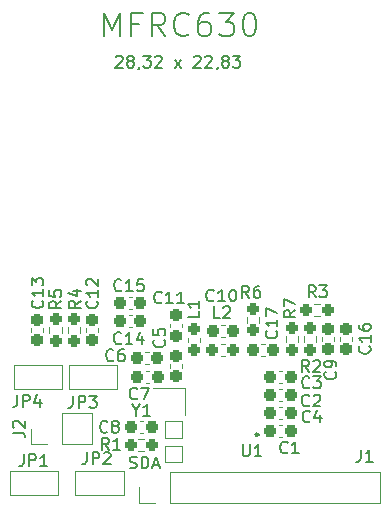
<source format=gto>
G04 #@! TF.GenerationSoftware,KiCad,Pcbnew,7.0.9*
G04 #@! TF.CreationDate,2024-04-20T19:12:39+02:00*
G04 #@! TF.ProjectId,NFC_Programmer,4e46435f-5072-46f6-9772-616d6d65722e,3.0*
G04 #@! TF.SameCoordinates,Original*
G04 #@! TF.FileFunction,Legend,Top*
G04 #@! TF.FilePolarity,Positive*
%FSLAX46Y46*%
G04 Gerber Fmt 4.6, Leading zero omitted, Abs format (unit mm)*
G04 Created by KiCad (PCBNEW 7.0.9) date 2024-04-20 19:12:39*
%MOMM*%
%LPD*%
G01*
G04 APERTURE LIST*
G04 Aperture macros list*
%AMRoundRect*
0 Rectangle with rounded corners*
0 $1 Rounding radius*
0 $2 $3 $4 $5 $6 $7 $8 $9 X,Y pos of 4 corners*
0 Add a 4 corners polygon primitive as box body*
4,1,4,$2,$3,$4,$5,$6,$7,$8,$9,$2,$3,0*
0 Add four circle primitives for the rounded corners*
1,1,$1+$1,$2,$3*
1,1,$1+$1,$4,$5*
1,1,$1+$1,$6,$7*
1,1,$1+$1,$8,$9*
0 Add four rect primitives between the rounded corners*
20,1,$1+$1,$2,$3,$4,$5,0*
20,1,$1+$1,$4,$5,$6,$7,0*
20,1,$1+$1,$6,$7,$8,$9,0*
20,1,$1+$1,$8,$9,$2,$3,0*%
G04 Aperture macros list end*
%ADD10C,0.153000*%
%ADD11C,0.120000*%
%ADD12C,0.250000*%
%ADD13RoundRect,0.237500X-0.237500X0.250000X-0.237500X-0.250000X0.237500X-0.250000X0.237500X0.250000X0*%
%ADD14RoundRect,0.237500X0.300000X0.237500X-0.300000X0.237500X-0.300000X-0.237500X0.300000X-0.237500X0*%
%ADD15R,1.000000X1.000000*%
%ADD16RoundRect,0.237500X0.237500X-0.250000X0.237500X0.250000X-0.237500X0.250000X-0.237500X-0.250000X0*%
%ADD17R,1.000000X1.500000*%
%ADD18C,3.000000*%
%ADD19R,1.700000X1.700000*%
%ADD20O,1.700000X1.700000*%
%ADD21RoundRect,0.237500X0.237500X-0.287500X0.237500X0.287500X-0.237500X0.287500X-0.237500X-0.287500X0*%
%ADD22R,0.900000X0.800000*%
%ADD23RoundRect,0.237500X0.237500X-0.300000X0.237500X0.300000X-0.237500X0.300000X-0.237500X-0.300000X0*%
%ADD24RoundRect,0.237500X-0.237500X0.300000X-0.237500X-0.300000X0.237500X-0.300000X0.237500X0.300000X0*%
%ADD25R,0.850000X0.300000*%
%ADD26R,0.300000X0.850000*%
%ADD27R,3.250000X3.250000*%
%ADD28RoundRect,0.237500X-0.300000X-0.237500X0.300000X-0.237500X0.300000X0.237500X-0.300000X0.237500X0*%
%ADD29RoundRect,0.237500X-0.250000X-0.237500X0.250000X-0.237500X0.250000X0.237500X-0.250000X0.237500X0*%
%ADD30RoundRect,0.237500X-0.287500X-0.237500X0.287500X-0.237500X0.287500X0.237500X-0.287500X0.237500X0*%
%ADD31RoundRect,0.237500X0.250000X0.237500X-0.250000X0.237500X-0.250000X-0.237500X0.250000X-0.237500X0*%
G04 APERTURE END LIST*
D10*
X134381133Y-71574901D02*
X134428752Y-71527282D01*
X134428752Y-71527282D02*
X134523990Y-71479663D01*
X134523990Y-71479663D02*
X134762085Y-71479663D01*
X134762085Y-71479663D02*
X134857323Y-71527282D01*
X134857323Y-71527282D02*
X134904942Y-71574901D01*
X134904942Y-71574901D02*
X134952561Y-71670139D01*
X134952561Y-71670139D02*
X134952561Y-71765377D01*
X134952561Y-71765377D02*
X134904942Y-71908234D01*
X134904942Y-71908234D02*
X134333514Y-72479663D01*
X134333514Y-72479663D02*
X134952561Y-72479663D01*
X135523990Y-71908234D02*
X135428752Y-71860615D01*
X135428752Y-71860615D02*
X135381133Y-71812996D01*
X135381133Y-71812996D02*
X135333514Y-71717758D01*
X135333514Y-71717758D02*
X135333514Y-71670139D01*
X135333514Y-71670139D02*
X135381133Y-71574901D01*
X135381133Y-71574901D02*
X135428752Y-71527282D01*
X135428752Y-71527282D02*
X135523990Y-71479663D01*
X135523990Y-71479663D02*
X135714466Y-71479663D01*
X135714466Y-71479663D02*
X135809704Y-71527282D01*
X135809704Y-71527282D02*
X135857323Y-71574901D01*
X135857323Y-71574901D02*
X135904942Y-71670139D01*
X135904942Y-71670139D02*
X135904942Y-71717758D01*
X135904942Y-71717758D02*
X135857323Y-71812996D01*
X135857323Y-71812996D02*
X135809704Y-71860615D01*
X135809704Y-71860615D02*
X135714466Y-71908234D01*
X135714466Y-71908234D02*
X135523990Y-71908234D01*
X135523990Y-71908234D02*
X135428752Y-71955853D01*
X135428752Y-71955853D02*
X135381133Y-72003472D01*
X135381133Y-72003472D02*
X135333514Y-72098710D01*
X135333514Y-72098710D02*
X135333514Y-72289186D01*
X135333514Y-72289186D02*
X135381133Y-72384424D01*
X135381133Y-72384424D02*
X135428752Y-72432044D01*
X135428752Y-72432044D02*
X135523990Y-72479663D01*
X135523990Y-72479663D02*
X135714466Y-72479663D01*
X135714466Y-72479663D02*
X135809704Y-72432044D01*
X135809704Y-72432044D02*
X135857323Y-72384424D01*
X135857323Y-72384424D02*
X135904942Y-72289186D01*
X135904942Y-72289186D02*
X135904942Y-72098710D01*
X135904942Y-72098710D02*
X135857323Y-72003472D01*
X135857323Y-72003472D02*
X135809704Y-71955853D01*
X135809704Y-71955853D02*
X135714466Y-71908234D01*
X136381133Y-72432044D02*
X136381133Y-72479663D01*
X136381133Y-72479663D02*
X136333514Y-72574901D01*
X136333514Y-72574901D02*
X136285895Y-72622520D01*
X136714466Y-71479663D02*
X137333513Y-71479663D01*
X137333513Y-71479663D02*
X137000180Y-71860615D01*
X137000180Y-71860615D02*
X137143037Y-71860615D01*
X137143037Y-71860615D02*
X137238275Y-71908234D01*
X137238275Y-71908234D02*
X137285894Y-71955853D01*
X137285894Y-71955853D02*
X137333513Y-72051091D01*
X137333513Y-72051091D02*
X137333513Y-72289186D01*
X137333513Y-72289186D02*
X137285894Y-72384424D01*
X137285894Y-72384424D02*
X137238275Y-72432044D01*
X137238275Y-72432044D02*
X137143037Y-72479663D01*
X137143037Y-72479663D02*
X136857323Y-72479663D01*
X136857323Y-72479663D02*
X136762085Y-72432044D01*
X136762085Y-72432044D02*
X136714466Y-72384424D01*
X137714466Y-71574901D02*
X137762085Y-71527282D01*
X137762085Y-71527282D02*
X137857323Y-71479663D01*
X137857323Y-71479663D02*
X138095418Y-71479663D01*
X138095418Y-71479663D02*
X138190656Y-71527282D01*
X138190656Y-71527282D02*
X138238275Y-71574901D01*
X138238275Y-71574901D02*
X138285894Y-71670139D01*
X138285894Y-71670139D02*
X138285894Y-71765377D01*
X138285894Y-71765377D02*
X138238275Y-71908234D01*
X138238275Y-71908234D02*
X137666847Y-72479663D01*
X137666847Y-72479663D02*
X138285894Y-72479663D01*
X139381133Y-72479663D02*
X139904942Y-71812996D01*
X139381133Y-71812996D02*
X139904942Y-72479663D01*
X141000181Y-71574901D02*
X141047800Y-71527282D01*
X141047800Y-71527282D02*
X141143038Y-71479663D01*
X141143038Y-71479663D02*
X141381133Y-71479663D01*
X141381133Y-71479663D02*
X141476371Y-71527282D01*
X141476371Y-71527282D02*
X141523990Y-71574901D01*
X141523990Y-71574901D02*
X141571609Y-71670139D01*
X141571609Y-71670139D02*
X141571609Y-71765377D01*
X141571609Y-71765377D02*
X141523990Y-71908234D01*
X141523990Y-71908234D02*
X140952562Y-72479663D01*
X140952562Y-72479663D02*
X141571609Y-72479663D01*
X141952562Y-71574901D02*
X142000181Y-71527282D01*
X142000181Y-71527282D02*
X142095419Y-71479663D01*
X142095419Y-71479663D02*
X142333514Y-71479663D01*
X142333514Y-71479663D02*
X142428752Y-71527282D01*
X142428752Y-71527282D02*
X142476371Y-71574901D01*
X142476371Y-71574901D02*
X142523990Y-71670139D01*
X142523990Y-71670139D02*
X142523990Y-71765377D01*
X142523990Y-71765377D02*
X142476371Y-71908234D01*
X142476371Y-71908234D02*
X141904943Y-72479663D01*
X141904943Y-72479663D02*
X142523990Y-72479663D01*
X143000181Y-72432044D02*
X143000181Y-72479663D01*
X143000181Y-72479663D02*
X142952562Y-72574901D01*
X142952562Y-72574901D02*
X142904943Y-72622520D01*
X143571609Y-71908234D02*
X143476371Y-71860615D01*
X143476371Y-71860615D02*
X143428752Y-71812996D01*
X143428752Y-71812996D02*
X143381133Y-71717758D01*
X143381133Y-71717758D02*
X143381133Y-71670139D01*
X143381133Y-71670139D02*
X143428752Y-71574901D01*
X143428752Y-71574901D02*
X143476371Y-71527282D01*
X143476371Y-71527282D02*
X143571609Y-71479663D01*
X143571609Y-71479663D02*
X143762085Y-71479663D01*
X143762085Y-71479663D02*
X143857323Y-71527282D01*
X143857323Y-71527282D02*
X143904942Y-71574901D01*
X143904942Y-71574901D02*
X143952561Y-71670139D01*
X143952561Y-71670139D02*
X143952561Y-71717758D01*
X143952561Y-71717758D02*
X143904942Y-71812996D01*
X143904942Y-71812996D02*
X143857323Y-71860615D01*
X143857323Y-71860615D02*
X143762085Y-71908234D01*
X143762085Y-71908234D02*
X143571609Y-71908234D01*
X143571609Y-71908234D02*
X143476371Y-71955853D01*
X143476371Y-71955853D02*
X143428752Y-72003472D01*
X143428752Y-72003472D02*
X143381133Y-72098710D01*
X143381133Y-72098710D02*
X143381133Y-72289186D01*
X143381133Y-72289186D02*
X143428752Y-72384424D01*
X143428752Y-72384424D02*
X143476371Y-72432044D01*
X143476371Y-72432044D02*
X143571609Y-72479663D01*
X143571609Y-72479663D02*
X143762085Y-72479663D01*
X143762085Y-72479663D02*
X143857323Y-72432044D01*
X143857323Y-72432044D02*
X143904942Y-72384424D01*
X143904942Y-72384424D02*
X143952561Y-72289186D01*
X143952561Y-72289186D02*
X143952561Y-72098710D01*
X143952561Y-72098710D02*
X143904942Y-72003472D01*
X143904942Y-72003472D02*
X143857323Y-71955853D01*
X143857323Y-71955853D02*
X143762085Y-71908234D01*
X144285895Y-71479663D02*
X144904942Y-71479663D01*
X144904942Y-71479663D02*
X144571609Y-71860615D01*
X144571609Y-71860615D02*
X144714466Y-71860615D01*
X144714466Y-71860615D02*
X144809704Y-71908234D01*
X144809704Y-71908234D02*
X144857323Y-71955853D01*
X144857323Y-71955853D02*
X144904942Y-72051091D01*
X144904942Y-72051091D02*
X144904942Y-72289186D01*
X144904942Y-72289186D02*
X144857323Y-72384424D01*
X144857323Y-72384424D02*
X144809704Y-72432044D01*
X144809704Y-72432044D02*
X144714466Y-72479663D01*
X144714466Y-72479663D02*
X144428752Y-72479663D01*
X144428752Y-72479663D02*
X144333514Y-72432044D01*
X144333514Y-72432044D02*
X144285895Y-72384424D01*
X133416847Y-69847282D02*
X133416847Y-67847282D01*
X133416847Y-67847282D02*
X134083514Y-69275853D01*
X134083514Y-69275853D02*
X134750180Y-67847282D01*
X134750180Y-67847282D02*
X134750180Y-69847282D01*
X136369228Y-68799663D02*
X135702561Y-68799663D01*
X135702561Y-69847282D02*
X135702561Y-67847282D01*
X135702561Y-67847282D02*
X136654942Y-67847282D01*
X138559704Y-69847282D02*
X137893037Y-68894901D01*
X137416847Y-69847282D02*
X137416847Y-67847282D01*
X137416847Y-67847282D02*
X138178752Y-67847282D01*
X138178752Y-67847282D02*
X138369228Y-67942520D01*
X138369228Y-67942520D02*
X138464466Y-68037758D01*
X138464466Y-68037758D02*
X138559704Y-68228234D01*
X138559704Y-68228234D02*
X138559704Y-68513948D01*
X138559704Y-68513948D02*
X138464466Y-68704424D01*
X138464466Y-68704424D02*
X138369228Y-68799663D01*
X138369228Y-68799663D02*
X138178752Y-68894901D01*
X138178752Y-68894901D02*
X137416847Y-68894901D01*
X140559704Y-69656805D02*
X140464466Y-69752044D01*
X140464466Y-69752044D02*
X140178752Y-69847282D01*
X140178752Y-69847282D02*
X139988276Y-69847282D01*
X139988276Y-69847282D02*
X139702561Y-69752044D01*
X139702561Y-69752044D02*
X139512085Y-69561567D01*
X139512085Y-69561567D02*
X139416847Y-69371091D01*
X139416847Y-69371091D02*
X139321609Y-68990139D01*
X139321609Y-68990139D02*
X139321609Y-68704424D01*
X139321609Y-68704424D02*
X139416847Y-68323472D01*
X139416847Y-68323472D02*
X139512085Y-68132996D01*
X139512085Y-68132996D02*
X139702561Y-67942520D01*
X139702561Y-67942520D02*
X139988276Y-67847282D01*
X139988276Y-67847282D02*
X140178752Y-67847282D01*
X140178752Y-67847282D02*
X140464466Y-67942520D01*
X140464466Y-67942520D02*
X140559704Y-68037758D01*
X142273990Y-67847282D02*
X141893037Y-67847282D01*
X141893037Y-67847282D02*
X141702561Y-67942520D01*
X141702561Y-67942520D02*
X141607323Y-68037758D01*
X141607323Y-68037758D02*
X141416847Y-68323472D01*
X141416847Y-68323472D02*
X141321609Y-68704424D01*
X141321609Y-68704424D02*
X141321609Y-69466329D01*
X141321609Y-69466329D02*
X141416847Y-69656805D01*
X141416847Y-69656805D02*
X141512085Y-69752044D01*
X141512085Y-69752044D02*
X141702561Y-69847282D01*
X141702561Y-69847282D02*
X142083514Y-69847282D01*
X142083514Y-69847282D02*
X142273990Y-69752044D01*
X142273990Y-69752044D02*
X142369228Y-69656805D01*
X142369228Y-69656805D02*
X142464466Y-69466329D01*
X142464466Y-69466329D02*
X142464466Y-68990139D01*
X142464466Y-68990139D02*
X142369228Y-68799663D01*
X142369228Y-68799663D02*
X142273990Y-68704424D01*
X142273990Y-68704424D02*
X142083514Y-68609186D01*
X142083514Y-68609186D02*
X141702561Y-68609186D01*
X141702561Y-68609186D02*
X141512085Y-68704424D01*
X141512085Y-68704424D02*
X141416847Y-68799663D01*
X141416847Y-68799663D02*
X141321609Y-68990139D01*
X143131133Y-67847282D02*
X144369228Y-67847282D01*
X144369228Y-67847282D02*
X143702561Y-68609186D01*
X143702561Y-68609186D02*
X143988276Y-68609186D01*
X143988276Y-68609186D02*
X144178752Y-68704424D01*
X144178752Y-68704424D02*
X144273990Y-68799663D01*
X144273990Y-68799663D02*
X144369228Y-68990139D01*
X144369228Y-68990139D02*
X144369228Y-69466329D01*
X144369228Y-69466329D02*
X144273990Y-69656805D01*
X144273990Y-69656805D02*
X144178752Y-69752044D01*
X144178752Y-69752044D02*
X143988276Y-69847282D01*
X143988276Y-69847282D02*
X143416847Y-69847282D01*
X143416847Y-69847282D02*
X143226371Y-69752044D01*
X143226371Y-69752044D02*
X143131133Y-69656805D01*
X145607323Y-67847282D02*
X145797800Y-67847282D01*
X145797800Y-67847282D02*
X145988276Y-67942520D01*
X145988276Y-67942520D02*
X146083514Y-68037758D01*
X146083514Y-68037758D02*
X146178752Y-68228234D01*
X146178752Y-68228234D02*
X146273990Y-68609186D01*
X146273990Y-68609186D02*
X146273990Y-69085377D01*
X146273990Y-69085377D02*
X146178752Y-69466329D01*
X146178752Y-69466329D02*
X146083514Y-69656805D01*
X146083514Y-69656805D02*
X145988276Y-69752044D01*
X145988276Y-69752044D02*
X145797800Y-69847282D01*
X145797800Y-69847282D02*
X145607323Y-69847282D01*
X145607323Y-69847282D02*
X145416847Y-69752044D01*
X145416847Y-69752044D02*
X145321609Y-69656805D01*
X145321609Y-69656805D02*
X145226371Y-69466329D01*
X145226371Y-69466329D02*
X145131133Y-69085377D01*
X145131133Y-69085377D02*
X145131133Y-68609186D01*
X145131133Y-68609186D02*
X145226371Y-68228234D01*
X145226371Y-68228234D02*
X145321609Y-68037758D01*
X145321609Y-68037758D02*
X145416847Y-67942520D01*
X145416847Y-67942520D02*
X145607323Y-67847282D01*
X150728333Y-98264663D02*
X150395000Y-97788472D01*
X150156905Y-98264663D02*
X150156905Y-97264663D01*
X150156905Y-97264663D02*
X150537857Y-97264663D01*
X150537857Y-97264663D02*
X150633095Y-97312282D01*
X150633095Y-97312282D02*
X150680714Y-97359901D01*
X150680714Y-97359901D02*
X150728333Y-97455139D01*
X150728333Y-97455139D02*
X150728333Y-97597996D01*
X150728333Y-97597996D02*
X150680714Y-97693234D01*
X150680714Y-97693234D02*
X150633095Y-97740853D01*
X150633095Y-97740853D02*
X150537857Y-97788472D01*
X150537857Y-97788472D02*
X150156905Y-97788472D01*
X151109286Y-97359901D02*
X151156905Y-97312282D01*
X151156905Y-97312282D02*
X151252143Y-97264663D01*
X151252143Y-97264663D02*
X151490238Y-97264663D01*
X151490238Y-97264663D02*
X151585476Y-97312282D01*
X151585476Y-97312282D02*
X151633095Y-97359901D01*
X151633095Y-97359901D02*
X151680714Y-97455139D01*
X151680714Y-97455139D02*
X151680714Y-97550377D01*
X151680714Y-97550377D02*
X151633095Y-97693234D01*
X151633095Y-97693234D02*
X151061667Y-98264663D01*
X151061667Y-98264663D02*
X151680714Y-98264663D01*
X147963674Y-94782857D02*
X148011294Y-94830476D01*
X148011294Y-94830476D02*
X148058913Y-94973333D01*
X148058913Y-94973333D02*
X148058913Y-95068571D01*
X148058913Y-95068571D02*
X148011294Y-95211428D01*
X148011294Y-95211428D02*
X147916055Y-95306666D01*
X147916055Y-95306666D02*
X147820817Y-95354285D01*
X147820817Y-95354285D02*
X147630341Y-95401904D01*
X147630341Y-95401904D02*
X147487484Y-95401904D01*
X147487484Y-95401904D02*
X147297008Y-95354285D01*
X147297008Y-95354285D02*
X147201770Y-95306666D01*
X147201770Y-95306666D02*
X147106532Y-95211428D01*
X147106532Y-95211428D02*
X147058913Y-95068571D01*
X147058913Y-95068571D02*
X147058913Y-94973333D01*
X147058913Y-94973333D02*
X147106532Y-94830476D01*
X147106532Y-94830476D02*
X147154151Y-94782857D01*
X148058913Y-93830476D02*
X148058913Y-94401904D01*
X148058913Y-94116190D02*
X147058913Y-94116190D01*
X147058913Y-94116190D02*
X147201770Y-94211428D01*
X147201770Y-94211428D02*
X147297008Y-94306666D01*
X147297008Y-94306666D02*
X147344627Y-94401904D01*
X147058913Y-93497142D02*
X147058913Y-92830476D01*
X147058913Y-92830476D02*
X148058913Y-93259047D01*
X145657583Y-91974663D02*
X145324250Y-91498472D01*
X145086155Y-91974663D02*
X145086155Y-90974663D01*
X145086155Y-90974663D02*
X145467107Y-90974663D01*
X145467107Y-90974663D02*
X145562345Y-91022282D01*
X145562345Y-91022282D02*
X145609964Y-91069901D01*
X145609964Y-91069901D02*
X145657583Y-91165139D01*
X145657583Y-91165139D02*
X145657583Y-91307996D01*
X145657583Y-91307996D02*
X145609964Y-91403234D01*
X145609964Y-91403234D02*
X145562345Y-91450853D01*
X145562345Y-91450853D02*
X145467107Y-91498472D01*
X145467107Y-91498472D02*
X145086155Y-91498472D01*
X146514726Y-90974663D02*
X146324250Y-90974663D01*
X146324250Y-90974663D02*
X146229012Y-91022282D01*
X146229012Y-91022282D02*
X146181393Y-91069901D01*
X146181393Y-91069901D02*
X146086155Y-91212758D01*
X146086155Y-91212758D02*
X146038536Y-91403234D01*
X146038536Y-91403234D02*
X146038536Y-91784186D01*
X146038536Y-91784186D02*
X146086155Y-91879424D01*
X146086155Y-91879424D02*
X146133774Y-91927044D01*
X146133774Y-91927044D02*
X146229012Y-91974663D01*
X146229012Y-91974663D02*
X146419488Y-91974663D01*
X146419488Y-91974663D02*
X146514726Y-91927044D01*
X146514726Y-91927044D02*
X146562345Y-91879424D01*
X146562345Y-91879424D02*
X146609964Y-91784186D01*
X146609964Y-91784186D02*
X146609964Y-91546091D01*
X146609964Y-91546091D02*
X146562345Y-91450853D01*
X146562345Y-91450853D02*
X146514726Y-91403234D01*
X146514726Y-91403234D02*
X146419488Y-91355615D01*
X146419488Y-91355615D02*
X146229012Y-91355615D01*
X146229012Y-91355615D02*
X146133774Y-91403234D01*
X146133774Y-91403234D02*
X146086155Y-91450853D01*
X146086155Y-91450853D02*
X146038536Y-91546091D01*
X130751666Y-100284663D02*
X130751666Y-100998948D01*
X130751666Y-100998948D02*
X130704047Y-101141805D01*
X130704047Y-101141805D02*
X130608809Y-101237044D01*
X130608809Y-101237044D02*
X130465952Y-101284663D01*
X130465952Y-101284663D02*
X130370714Y-101284663D01*
X131227857Y-101284663D02*
X131227857Y-100284663D01*
X131227857Y-100284663D02*
X131608809Y-100284663D01*
X131608809Y-100284663D02*
X131704047Y-100332282D01*
X131704047Y-100332282D02*
X131751666Y-100379901D01*
X131751666Y-100379901D02*
X131799285Y-100475139D01*
X131799285Y-100475139D02*
X131799285Y-100617996D01*
X131799285Y-100617996D02*
X131751666Y-100713234D01*
X131751666Y-100713234D02*
X131704047Y-100760853D01*
X131704047Y-100760853D02*
X131608809Y-100808472D01*
X131608809Y-100808472D02*
X131227857Y-100808472D01*
X132132619Y-100284663D02*
X132751666Y-100284663D01*
X132751666Y-100284663D02*
X132418333Y-100665615D01*
X132418333Y-100665615D02*
X132561190Y-100665615D01*
X132561190Y-100665615D02*
X132656428Y-100713234D01*
X132656428Y-100713234D02*
X132704047Y-100760853D01*
X132704047Y-100760853D02*
X132751666Y-100856091D01*
X132751666Y-100856091D02*
X132751666Y-101094186D01*
X132751666Y-101094186D02*
X132704047Y-101189424D01*
X132704047Y-101189424D02*
X132656428Y-101237044D01*
X132656428Y-101237044D02*
X132561190Y-101284663D01*
X132561190Y-101284663D02*
X132275476Y-101284663D01*
X132275476Y-101284663D02*
X132180238Y-101237044D01*
X132180238Y-101237044D02*
X132132619Y-101189424D01*
X134173333Y-97239424D02*
X134125714Y-97287044D01*
X134125714Y-97287044D02*
X133982857Y-97334663D01*
X133982857Y-97334663D02*
X133887619Y-97334663D01*
X133887619Y-97334663D02*
X133744762Y-97287044D01*
X133744762Y-97287044D02*
X133649524Y-97191805D01*
X133649524Y-97191805D02*
X133601905Y-97096567D01*
X133601905Y-97096567D02*
X133554286Y-96906091D01*
X133554286Y-96906091D02*
X133554286Y-96763234D01*
X133554286Y-96763234D02*
X133601905Y-96572758D01*
X133601905Y-96572758D02*
X133649524Y-96477520D01*
X133649524Y-96477520D02*
X133744762Y-96382282D01*
X133744762Y-96382282D02*
X133887619Y-96334663D01*
X133887619Y-96334663D02*
X133982857Y-96334663D01*
X133982857Y-96334663D02*
X134125714Y-96382282D01*
X134125714Y-96382282D02*
X134173333Y-96429901D01*
X135030476Y-96334663D02*
X134840000Y-96334663D01*
X134840000Y-96334663D02*
X134744762Y-96382282D01*
X134744762Y-96382282D02*
X134697143Y-96429901D01*
X134697143Y-96429901D02*
X134601905Y-96572758D01*
X134601905Y-96572758D02*
X134554286Y-96763234D01*
X134554286Y-96763234D02*
X134554286Y-97144186D01*
X134554286Y-97144186D02*
X134601905Y-97239424D01*
X134601905Y-97239424D02*
X134649524Y-97287044D01*
X134649524Y-97287044D02*
X134744762Y-97334663D01*
X134744762Y-97334663D02*
X134935238Y-97334663D01*
X134935238Y-97334663D02*
X135030476Y-97287044D01*
X135030476Y-97287044D02*
X135078095Y-97239424D01*
X135078095Y-97239424D02*
X135125714Y-97144186D01*
X135125714Y-97144186D02*
X135125714Y-96906091D01*
X135125714Y-96906091D02*
X135078095Y-96810853D01*
X135078095Y-96810853D02*
X135030476Y-96763234D01*
X135030476Y-96763234D02*
X134935238Y-96715615D01*
X134935238Y-96715615D02*
X134744762Y-96715615D01*
X134744762Y-96715615D02*
X134649524Y-96763234D01*
X134649524Y-96763234D02*
X134601905Y-96810853D01*
X134601905Y-96810853D02*
X134554286Y-96906091D01*
X125654663Y-103393333D02*
X126368948Y-103393333D01*
X126368948Y-103393333D02*
X126511805Y-103440952D01*
X126511805Y-103440952D02*
X126607044Y-103536190D01*
X126607044Y-103536190D02*
X126654663Y-103679047D01*
X126654663Y-103679047D02*
X126654663Y-103774285D01*
X125749901Y-102964761D02*
X125702282Y-102917142D01*
X125702282Y-102917142D02*
X125654663Y-102821904D01*
X125654663Y-102821904D02*
X125654663Y-102583809D01*
X125654663Y-102583809D02*
X125702282Y-102488571D01*
X125702282Y-102488571D02*
X125749901Y-102440952D01*
X125749901Y-102440952D02*
X125845139Y-102393333D01*
X125845139Y-102393333D02*
X125940377Y-102393333D01*
X125940377Y-102393333D02*
X126083234Y-102440952D01*
X126083234Y-102440952D02*
X126654663Y-103012380D01*
X126654663Y-103012380D02*
X126654663Y-102393333D01*
X141448913Y-93101666D02*
X141448913Y-93577856D01*
X141448913Y-93577856D02*
X140448913Y-93577856D01*
X141448913Y-92244523D02*
X141448913Y-92815951D01*
X141448913Y-92530237D02*
X140448913Y-92530237D01*
X140448913Y-92530237D02*
X140591770Y-92625475D01*
X140591770Y-92625475D02*
X140687008Y-92720713D01*
X140687008Y-92720713D02*
X140734627Y-92815951D01*
X134827142Y-95809424D02*
X134779523Y-95857044D01*
X134779523Y-95857044D02*
X134636666Y-95904663D01*
X134636666Y-95904663D02*
X134541428Y-95904663D01*
X134541428Y-95904663D02*
X134398571Y-95857044D01*
X134398571Y-95857044D02*
X134303333Y-95761805D01*
X134303333Y-95761805D02*
X134255714Y-95666567D01*
X134255714Y-95666567D02*
X134208095Y-95476091D01*
X134208095Y-95476091D02*
X134208095Y-95333234D01*
X134208095Y-95333234D02*
X134255714Y-95142758D01*
X134255714Y-95142758D02*
X134303333Y-95047520D01*
X134303333Y-95047520D02*
X134398571Y-94952282D01*
X134398571Y-94952282D02*
X134541428Y-94904663D01*
X134541428Y-94904663D02*
X134636666Y-94904663D01*
X134636666Y-94904663D02*
X134779523Y-94952282D01*
X134779523Y-94952282D02*
X134827142Y-94999901D01*
X135779523Y-95904663D02*
X135208095Y-95904663D01*
X135493809Y-95904663D02*
X135493809Y-94904663D01*
X135493809Y-94904663D02*
X135398571Y-95047520D01*
X135398571Y-95047520D02*
X135303333Y-95142758D01*
X135303333Y-95142758D02*
X135208095Y-95190377D01*
X136636666Y-95237996D02*
X136636666Y-95904663D01*
X136398571Y-94857044D02*
X136160476Y-95571329D01*
X136160476Y-95571329D02*
X136779523Y-95571329D01*
X136085559Y-101498472D02*
X136085559Y-101974663D01*
X135752226Y-100974663D02*
X136085559Y-101498472D01*
X136085559Y-101498472D02*
X136418892Y-100974663D01*
X137276035Y-101974663D02*
X136704607Y-101974663D01*
X136990321Y-101974663D02*
X136990321Y-100974663D01*
X136990321Y-100974663D02*
X136895083Y-101117520D01*
X136895083Y-101117520D02*
X136799845Y-101212758D01*
X136799845Y-101212758D02*
X136704607Y-101260377D01*
X138454424Y-95536666D02*
X138502044Y-95584285D01*
X138502044Y-95584285D02*
X138549663Y-95727142D01*
X138549663Y-95727142D02*
X138549663Y-95822380D01*
X138549663Y-95822380D02*
X138502044Y-95965237D01*
X138502044Y-95965237D02*
X138406805Y-96060475D01*
X138406805Y-96060475D02*
X138311567Y-96108094D01*
X138311567Y-96108094D02*
X138121091Y-96155713D01*
X138121091Y-96155713D02*
X137978234Y-96155713D01*
X137978234Y-96155713D02*
X137787758Y-96108094D01*
X137787758Y-96108094D02*
X137692520Y-96060475D01*
X137692520Y-96060475D02*
X137597282Y-95965237D01*
X137597282Y-95965237D02*
X137549663Y-95822380D01*
X137549663Y-95822380D02*
X137549663Y-95727142D01*
X137549663Y-95727142D02*
X137597282Y-95584285D01*
X137597282Y-95584285D02*
X137644901Y-95536666D01*
X137549663Y-94631904D02*
X137549663Y-95108094D01*
X137549663Y-95108094D02*
X138025853Y-95155713D01*
X138025853Y-95155713D02*
X137978234Y-95108094D01*
X137978234Y-95108094D02*
X137930615Y-95012856D01*
X137930615Y-95012856D02*
X137930615Y-94774761D01*
X137930615Y-94774761D02*
X137978234Y-94679523D01*
X137978234Y-94679523D02*
X138025853Y-94631904D01*
X138025853Y-94631904D02*
X138121091Y-94584285D01*
X138121091Y-94584285D02*
X138359186Y-94584285D01*
X138359186Y-94584285D02*
X138454424Y-94631904D01*
X138454424Y-94631904D02*
X138502044Y-94679523D01*
X138502044Y-94679523D02*
X138549663Y-94774761D01*
X138549663Y-94774761D02*
X138549663Y-95012856D01*
X138549663Y-95012856D02*
X138502044Y-95108094D01*
X138502044Y-95108094D02*
X138454424Y-95155713D01*
X138251392Y-92359424D02*
X138203773Y-92407044D01*
X138203773Y-92407044D02*
X138060916Y-92454663D01*
X138060916Y-92454663D02*
X137965678Y-92454663D01*
X137965678Y-92454663D02*
X137822821Y-92407044D01*
X137822821Y-92407044D02*
X137727583Y-92311805D01*
X137727583Y-92311805D02*
X137679964Y-92216567D01*
X137679964Y-92216567D02*
X137632345Y-92026091D01*
X137632345Y-92026091D02*
X137632345Y-91883234D01*
X137632345Y-91883234D02*
X137679964Y-91692758D01*
X137679964Y-91692758D02*
X137727583Y-91597520D01*
X137727583Y-91597520D02*
X137822821Y-91502282D01*
X137822821Y-91502282D02*
X137965678Y-91454663D01*
X137965678Y-91454663D02*
X138060916Y-91454663D01*
X138060916Y-91454663D02*
X138203773Y-91502282D01*
X138203773Y-91502282D02*
X138251392Y-91549901D01*
X139203773Y-92454663D02*
X138632345Y-92454663D01*
X138918059Y-92454663D02*
X138918059Y-91454663D01*
X138918059Y-91454663D02*
X138822821Y-91597520D01*
X138822821Y-91597520D02*
X138727583Y-91692758D01*
X138727583Y-91692758D02*
X138632345Y-91740377D01*
X140156154Y-92454663D02*
X139584726Y-92454663D01*
X139870440Y-92454663D02*
X139870440Y-91454663D01*
X139870440Y-91454663D02*
X139775202Y-91597520D01*
X139775202Y-91597520D02*
X139679964Y-91692758D01*
X139679964Y-91692758D02*
X139584726Y-91740377D01*
X145128095Y-104384663D02*
X145128095Y-105194186D01*
X145128095Y-105194186D02*
X145175714Y-105289424D01*
X145175714Y-105289424D02*
X145223333Y-105337044D01*
X145223333Y-105337044D02*
X145318571Y-105384663D01*
X145318571Y-105384663D02*
X145509047Y-105384663D01*
X145509047Y-105384663D02*
X145604285Y-105337044D01*
X145604285Y-105337044D02*
X145651904Y-105289424D01*
X145651904Y-105289424D02*
X145699523Y-105194186D01*
X145699523Y-105194186D02*
X145699523Y-104384663D01*
X146699523Y-105384663D02*
X146128095Y-105384663D01*
X146413809Y-105384663D02*
X146413809Y-104384663D01*
X146413809Y-104384663D02*
X146318571Y-104527520D01*
X146318571Y-104527520D02*
X146223333Y-104622758D01*
X146223333Y-104622758D02*
X146128095Y-104670377D01*
X155126666Y-104844663D02*
X155126666Y-105558948D01*
X155126666Y-105558948D02*
X155079047Y-105701805D01*
X155079047Y-105701805D02*
X154983809Y-105797044D01*
X154983809Y-105797044D02*
X154840952Y-105844663D01*
X154840952Y-105844663D02*
X154745714Y-105844663D01*
X156126666Y-105844663D02*
X155555238Y-105844663D01*
X155840952Y-105844663D02*
X155840952Y-104844663D01*
X155840952Y-104844663D02*
X155745714Y-104987520D01*
X155745714Y-104987520D02*
X155650476Y-105082758D01*
X155650476Y-105082758D02*
X155555238Y-105130377D01*
X131389663Y-92229166D02*
X130913472Y-92562499D01*
X131389663Y-92800594D02*
X130389663Y-92800594D01*
X130389663Y-92800594D02*
X130389663Y-92419642D01*
X130389663Y-92419642D02*
X130437282Y-92324404D01*
X130437282Y-92324404D02*
X130484901Y-92276785D01*
X130484901Y-92276785D02*
X130580139Y-92229166D01*
X130580139Y-92229166D02*
X130722996Y-92229166D01*
X130722996Y-92229166D02*
X130818234Y-92276785D01*
X130818234Y-92276785D02*
X130865853Y-92324404D01*
X130865853Y-92324404D02*
X130913472Y-92419642D01*
X130913472Y-92419642D02*
X130913472Y-92800594D01*
X130722996Y-91372023D02*
X131389663Y-91372023D01*
X130342044Y-91610118D02*
X131056329Y-91848213D01*
X131056329Y-91848213D02*
X131056329Y-91229166D01*
X152944424Y-98246666D02*
X152992044Y-98294285D01*
X152992044Y-98294285D02*
X153039663Y-98437142D01*
X153039663Y-98437142D02*
X153039663Y-98532380D01*
X153039663Y-98532380D02*
X152992044Y-98675237D01*
X152992044Y-98675237D02*
X152896805Y-98770475D01*
X152896805Y-98770475D02*
X152801567Y-98818094D01*
X152801567Y-98818094D02*
X152611091Y-98865713D01*
X152611091Y-98865713D02*
X152468234Y-98865713D01*
X152468234Y-98865713D02*
X152277758Y-98818094D01*
X152277758Y-98818094D02*
X152182520Y-98770475D01*
X152182520Y-98770475D02*
X152087282Y-98675237D01*
X152087282Y-98675237D02*
X152039663Y-98532380D01*
X152039663Y-98532380D02*
X152039663Y-98437142D01*
X152039663Y-98437142D02*
X152087282Y-98294285D01*
X152087282Y-98294285D02*
X152134901Y-98246666D01*
X153039663Y-97770475D02*
X153039663Y-97579999D01*
X153039663Y-97579999D02*
X152992044Y-97484761D01*
X152992044Y-97484761D02*
X152944424Y-97437142D01*
X152944424Y-97437142D02*
X152801567Y-97341904D01*
X152801567Y-97341904D02*
X152611091Y-97294285D01*
X152611091Y-97294285D02*
X152230139Y-97294285D01*
X152230139Y-97294285D02*
X152134901Y-97341904D01*
X152134901Y-97341904D02*
X152087282Y-97389523D01*
X152087282Y-97389523D02*
X152039663Y-97484761D01*
X152039663Y-97484761D02*
X152039663Y-97675237D01*
X152039663Y-97675237D02*
X152087282Y-97770475D01*
X152087282Y-97770475D02*
X152134901Y-97818094D01*
X152134901Y-97818094D02*
X152230139Y-97865713D01*
X152230139Y-97865713D02*
X152468234Y-97865713D01*
X152468234Y-97865713D02*
X152563472Y-97818094D01*
X152563472Y-97818094D02*
X152611091Y-97770475D01*
X152611091Y-97770475D02*
X152658710Y-97675237D01*
X152658710Y-97675237D02*
X152658710Y-97484761D01*
X152658710Y-97484761D02*
X152611091Y-97389523D01*
X152611091Y-97389523D02*
X152563472Y-97341904D01*
X152563472Y-97341904D02*
X152468234Y-97294285D01*
X134857142Y-91319424D02*
X134809523Y-91367044D01*
X134809523Y-91367044D02*
X134666666Y-91414663D01*
X134666666Y-91414663D02*
X134571428Y-91414663D01*
X134571428Y-91414663D02*
X134428571Y-91367044D01*
X134428571Y-91367044D02*
X134333333Y-91271805D01*
X134333333Y-91271805D02*
X134285714Y-91176567D01*
X134285714Y-91176567D02*
X134238095Y-90986091D01*
X134238095Y-90986091D02*
X134238095Y-90843234D01*
X134238095Y-90843234D02*
X134285714Y-90652758D01*
X134285714Y-90652758D02*
X134333333Y-90557520D01*
X134333333Y-90557520D02*
X134428571Y-90462282D01*
X134428571Y-90462282D02*
X134571428Y-90414663D01*
X134571428Y-90414663D02*
X134666666Y-90414663D01*
X134666666Y-90414663D02*
X134809523Y-90462282D01*
X134809523Y-90462282D02*
X134857142Y-90509901D01*
X135809523Y-91414663D02*
X135238095Y-91414663D01*
X135523809Y-91414663D02*
X135523809Y-90414663D01*
X135523809Y-90414663D02*
X135428571Y-90557520D01*
X135428571Y-90557520D02*
X135333333Y-90652758D01*
X135333333Y-90652758D02*
X135238095Y-90700377D01*
X136714285Y-90414663D02*
X136238095Y-90414663D01*
X136238095Y-90414663D02*
X136190476Y-90890853D01*
X136190476Y-90890853D02*
X136238095Y-90843234D01*
X136238095Y-90843234D02*
X136333333Y-90795615D01*
X136333333Y-90795615D02*
X136571428Y-90795615D01*
X136571428Y-90795615D02*
X136666666Y-90843234D01*
X136666666Y-90843234D02*
X136714285Y-90890853D01*
X136714285Y-90890853D02*
X136761904Y-90986091D01*
X136761904Y-90986091D02*
X136761904Y-91224186D01*
X136761904Y-91224186D02*
X136714285Y-91319424D01*
X136714285Y-91319424D02*
X136666666Y-91367044D01*
X136666666Y-91367044D02*
X136571428Y-91414663D01*
X136571428Y-91414663D02*
X136333333Y-91414663D01*
X136333333Y-91414663D02*
X136238095Y-91367044D01*
X136238095Y-91367044D02*
X136190476Y-91319424D01*
X150773333Y-99539424D02*
X150725714Y-99587044D01*
X150725714Y-99587044D02*
X150582857Y-99634663D01*
X150582857Y-99634663D02*
X150487619Y-99634663D01*
X150487619Y-99634663D02*
X150344762Y-99587044D01*
X150344762Y-99587044D02*
X150249524Y-99491805D01*
X150249524Y-99491805D02*
X150201905Y-99396567D01*
X150201905Y-99396567D02*
X150154286Y-99206091D01*
X150154286Y-99206091D02*
X150154286Y-99063234D01*
X150154286Y-99063234D02*
X150201905Y-98872758D01*
X150201905Y-98872758D02*
X150249524Y-98777520D01*
X150249524Y-98777520D02*
X150344762Y-98682282D01*
X150344762Y-98682282D02*
X150487619Y-98634663D01*
X150487619Y-98634663D02*
X150582857Y-98634663D01*
X150582857Y-98634663D02*
X150725714Y-98682282D01*
X150725714Y-98682282D02*
X150773333Y-98729901D01*
X151106667Y-98634663D02*
X151725714Y-98634663D01*
X151725714Y-98634663D02*
X151392381Y-99015615D01*
X151392381Y-99015615D02*
X151535238Y-99015615D01*
X151535238Y-99015615D02*
X151630476Y-99063234D01*
X151630476Y-99063234D02*
X151678095Y-99110853D01*
X151678095Y-99110853D02*
X151725714Y-99206091D01*
X151725714Y-99206091D02*
X151725714Y-99444186D01*
X151725714Y-99444186D02*
X151678095Y-99539424D01*
X151678095Y-99539424D02*
X151630476Y-99587044D01*
X151630476Y-99587044D02*
X151535238Y-99634663D01*
X151535238Y-99634663D02*
X151249524Y-99634663D01*
X151249524Y-99634663D02*
X151154286Y-99587044D01*
X151154286Y-99587044D02*
X151106667Y-99539424D01*
X150753333Y-101069424D02*
X150705714Y-101117044D01*
X150705714Y-101117044D02*
X150562857Y-101164663D01*
X150562857Y-101164663D02*
X150467619Y-101164663D01*
X150467619Y-101164663D02*
X150324762Y-101117044D01*
X150324762Y-101117044D02*
X150229524Y-101021805D01*
X150229524Y-101021805D02*
X150181905Y-100926567D01*
X150181905Y-100926567D02*
X150134286Y-100736091D01*
X150134286Y-100736091D02*
X150134286Y-100593234D01*
X150134286Y-100593234D02*
X150181905Y-100402758D01*
X150181905Y-100402758D02*
X150229524Y-100307520D01*
X150229524Y-100307520D02*
X150324762Y-100212282D01*
X150324762Y-100212282D02*
X150467619Y-100164663D01*
X150467619Y-100164663D02*
X150562857Y-100164663D01*
X150562857Y-100164663D02*
X150705714Y-100212282D01*
X150705714Y-100212282D02*
X150753333Y-100259901D01*
X151134286Y-100259901D02*
X151181905Y-100212282D01*
X151181905Y-100212282D02*
X151277143Y-100164663D01*
X151277143Y-100164663D02*
X151515238Y-100164663D01*
X151515238Y-100164663D02*
X151610476Y-100212282D01*
X151610476Y-100212282D02*
X151658095Y-100259901D01*
X151658095Y-100259901D02*
X151705714Y-100355139D01*
X151705714Y-100355139D02*
X151705714Y-100450377D01*
X151705714Y-100450377D02*
X151658095Y-100593234D01*
X151658095Y-100593234D02*
X151086667Y-101164663D01*
X151086667Y-101164663D02*
X151705714Y-101164663D01*
X149589663Y-93036666D02*
X149113472Y-93369999D01*
X149589663Y-93608094D02*
X148589663Y-93608094D01*
X148589663Y-93608094D02*
X148589663Y-93227142D01*
X148589663Y-93227142D02*
X148637282Y-93131904D01*
X148637282Y-93131904D02*
X148684901Y-93084285D01*
X148684901Y-93084285D02*
X148780139Y-93036666D01*
X148780139Y-93036666D02*
X148922996Y-93036666D01*
X148922996Y-93036666D02*
X149018234Y-93084285D01*
X149018234Y-93084285D02*
X149065853Y-93131904D01*
X149065853Y-93131904D02*
X149113472Y-93227142D01*
X149113472Y-93227142D02*
X149113472Y-93608094D01*
X148589663Y-92703332D02*
X148589663Y-92036666D01*
X148589663Y-92036666D02*
X149589663Y-92465237D01*
X155854424Y-96082857D02*
X155902044Y-96130476D01*
X155902044Y-96130476D02*
X155949663Y-96273333D01*
X155949663Y-96273333D02*
X155949663Y-96368571D01*
X155949663Y-96368571D02*
X155902044Y-96511428D01*
X155902044Y-96511428D02*
X155806805Y-96606666D01*
X155806805Y-96606666D02*
X155711567Y-96654285D01*
X155711567Y-96654285D02*
X155521091Y-96701904D01*
X155521091Y-96701904D02*
X155378234Y-96701904D01*
X155378234Y-96701904D02*
X155187758Y-96654285D01*
X155187758Y-96654285D02*
X155092520Y-96606666D01*
X155092520Y-96606666D02*
X154997282Y-96511428D01*
X154997282Y-96511428D02*
X154949663Y-96368571D01*
X154949663Y-96368571D02*
X154949663Y-96273333D01*
X154949663Y-96273333D02*
X154997282Y-96130476D01*
X154997282Y-96130476D02*
X155044901Y-96082857D01*
X155949663Y-95130476D02*
X155949663Y-95701904D01*
X155949663Y-95416190D02*
X154949663Y-95416190D01*
X154949663Y-95416190D02*
X155092520Y-95511428D01*
X155092520Y-95511428D02*
X155187758Y-95606666D01*
X155187758Y-95606666D02*
X155235377Y-95701904D01*
X154949663Y-94273333D02*
X154949663Y-94463809D01*
X154949663Y-94463809D02*
X154997282Y-94559047D01*
X154997282Y-94559047D02*
X155044901Y-94606666D01*
X155044901Y-94606666D02*
X155187758Y-94701904D01*
X155187758Y-94701904D02*
X155378234Y-94749523D01*
X155378234Y-94749523D02*
X155759186Y-94749523D01*
X155759186Y-94749523D02*
X155854424Y-94701904D01*
X155854424Y-94701904D02*
X155902044Y-94654285D01*
X155902044Y-94654285D02*
X155949663Y-94559047D01*
X155949663Y-94559047D02*
X155949663Y-94368571D01*
X155949663Y-94368571D02*
X155902044Y-94273333D01*
X155902044Y-94273333D02*
X155854424Y-94225714D01*
X155854424Y-94225714D02*
X155759186Y-94178095D01*
X155759186Y-94178095D02*
X155521091Y-94178095D01*
X155521091Y-94178095D02*
X155425853Y-94225714D01*
X155425853Y-94225714D02*
X155378234Y-94273333D01*
X155378234Y-94273333D02*
X155330615Y-94368571D01*
X155330615Y-94368571D02*
X155330615Y-94559047D01*
X155330615Y-94559047D02*
X155378234Y-94654285D01*
X155378234Y-94654285D02*
X155425853Y-94701904D01*
X155425853Y-94701904D02*
X155521091Y-94749523D01*
X150808333Y-102429424D02*
X150760714Y-102477044D01*
X150760714Y-102477044D02*
X150617857Y-102524663D01*
X150617857Y-102524663D02*
X150522619Y-102524663D01*
X150522619Y-102524663D02*
X150379762Y-102477044D01*
X150379762Y-102477044D02*
X150284524Y-102381805D01*
X150284524Y-102381805D02*
X150236905Y-102286567D01*
X150236905Y-102286567D02*
X150189286Y-102096091D01*
X150189286Y-102096091D02*
X150189286Y-101953234D01*
X150189286Y-101953234D02*
X150236905Y-101762758D01*
X150236905Y-101762758D02*
X150284524Y-101667520D01*
X150284524Y-101667520D02*
X150379762Y-101572282D01*
X150379762Y-101572282D02*
X150522619Y-101524663D01*
X150522619Y-101524663D02*
X150617857Y-101524663D01*
X150617857Y-101524663D02*
X150760714Y-101572282D01*
X150760714Y-101572282D02*
X150808333Y-101619901D01*
X151665476Y-101857996D02*
X151665476Y-102524663D01*
X151427381Y-101477044D02*
X151189286Y-102191329D01*
X151189286Y-102191329D02*
X151808333Y-102191329D01*
X129759663Y-92259166D02*
X129283472Y-92592499D01*
X129759663Y-92830594D02*
X128759663Y-92830594D01*
X128759663Y-92830594D02*
X128759663Y-92449642D01*
X128759663Y-92449642D02*
X128807282Y-92354404D01*
X128807282Y-92354404D02*
X128854901Y-92306785D01*
X128854901Y-92306785D02*
X128950139Y-92259166D01*
X128950139Y-92259166D02*
X129092996Y-92259166D01*
X129092996Y-92259166D02*
X129188234Y-92306785D01*
X129188234Y-92306785D02*
X129235853Y-92354404D01*
X129235853Y-92354404D02*
X129283472Y-92449642D01*
X129283472Y-92449642D02*
X129283472Y-92830594D01*
X128759663Y-91354404D02*
X128759663Y-91830594D01*
X128759663Y-91830594D02*
X129235853Y-91878213D01*
X129235853Y-91878213D02*
X129188234Y-91830594D01*
X129188234Y-91830594D02*
X129140615Y-91735356D01*
X129140615Y-91735356D02*
X129140615Y-91497261D01*
X129140615Y-91497261D02*
X129188234Y-91402023D01*
X129188234Y-91402023D02*
X129235853Y-91354404D01*
X129235853Y-91354404D02*
X129331091Y-91306785D01*
X129331091Y-91306785D02*
X129569186Y-91306785D01*
X129569186Y-91306785D02*
X129664424Y-91354404D01*
X129664424Y-91354404D02*
X129712044Y-91402023D01*
X129712044Y-91402023D02*
X129759663Y-91497261D01*
X129759663Y-91497261D02*
X129759663Y-91735356D01*
X129759663Y-91735356D02*
X129712044Y-91830594D01*
X129712044Y-91830594D02*
X129664424Y-91878213D01*
X151288333Y-91934663D02*
X150955000Y-91458472D01*
X150716905Y-91934663D02*
X150716905Y-90934663D01*
X150716905Y-90934663D02*
X151097857Y-90934663D01*
X151097857Y-90934663D02*
X151193095Y-90982282D01*
X151193095Y-90982282D02*
X151240714Y-91029901D01*
X151240714Y-91029901D02*
X151288333Y-91125139D01*
X151288333Y-91125139D02*
X151288333Y-91267996D01*
X151288333Y-91267996D02*
X151240714Y-91363234D01*
X151240714Y-91363234D02*
X151193095Y-91410853D01*
X151193095Y-91410853D02*
X151097857Y-91458472D01*
X151097857Y-91458472D02*
X150716905Y-91458472D01*
X151621667Y-90934663D02*
X152240714Y-90934663D01*
X152240714Y-90934663D02*
X151907381Y-91315615D01*
X151907381Y-91315615D02*
X152050238Y-91315615D01*
X152050238Y-91315615D02*
X152145476Y-91363234D01*
X152145476Y-91363234D02*
X152193095Y-91410853D01*
X152193095Y-91410853D02*
X152240714Y-91506091D01*
X152240714Y-91506091D02*
X152240714Y-91744186D01*
X152240714Y-91744186D02*
X152193095Y-91839424D01*
X152193095Y-91839424D02*
X152145476Y-91887044D01*
X152145476Y-91887044D02*
X152050238Y-91934663D01*
X152050238Y-91934663D02*
X151764524Y-91934663D01*
X151764524Y-91934663D02*
X151669286Y-91887044D01*
X151669286Y-91887044D02*
X151621667Y-91839424D01*
X132769424Y-92252857D02*
X132817044Y-92300476D01*
X132817044Y-92300476D02*
X132864663Y-92443333D01*
X132864663Y-92443333D02*
X132864663Y-92538571D01*
X132864663Y-92538571D02*
X132817044Y-92681428D01*
X132817044Y-92681428D02*
X132721805Y-92776666D01*
X132721805Y-92776666D02*
X132626567Y-92824285D01*
X132626567Y-92824285D02*
X132436091Y-92871904D01*
X132436091Y-92871904D02*
X132293234Y-92871904D01*
X132293234Y-92871904D02*
X132102758Y-92824285D01*
X132102758Y-92824285D02*
X132007520Y-92776666D01*
X132007520Y-92776666D02*
X131912282Y-92681428D01*
X131912282Y-92681428D02*
X131864663Y-92538571D01*
X131864663Y-92538571D02*
X131864663Y-92443333D01*
X131864663Y-92443333D02*
X131912282Y-92300476D01*
X131912282Y-92300476D02*
X131959901Y-92252857D01*
X132864663Y-91300476D02*
X132864663Y-91871904D01*
X132864663Y-91586190D02*
X131864663Y-91586190D01*
X131864663Y-91586190D02*
X132007520Y-91681428D01*
X132007520Y-91681428D02*
X132102758Y-91776666D01*
X132102758Y-91776666D02*
X132150377Y-91871904D01*
X131959901Y-90919523D02*
X131912282Y-90871904D01*
X131912282Y-90871904D02*
X131864663Y-90776666D01*
X131864663Y-90776666D02*
X131864663Y-90538571D01*
X131864663Y-90538571D02*
X131912282Y-90443333D01*
X131912282Y-90443333D02*
X131959901Y-90395714D01*
X131959901Y-90395714D02*
X132055139Y-90348095D01*
X132055139Y-90348095D02*
X132150377Y-90348095D01*
X132150377Y-90348095D02*
X132293234Y-90395714D01*
X132293234Y-90395714D02*
X132864663Y-90967142D01*
X132864663Y-90967142D02*
X132864663Y-90348095D01*
X128154424Y-92212857D02*
X128202044Y-92260476D01*
X128202044Y-92260476D02*
X128249663Y-92403333D01*
X128249663Y-92403333D02*
X128249663Y-92498571D01*
X128249663Y-92498571D02*
X128202044Y-92641428D01*
X128202044Y-92641428D02*
X128106805Y-92736666D01*
X128106805Y-92736666D02*
X128011567Y-92784285D01*
X128011567Y-92784285D02*
X127821091Y-92831904D01*
X127821091Y-92831904D02*
X127678234Y-92831904D01*
X127678234Y-92831904D02*
X127487758Y-92784285D01*
X127487758Y-92784285D02*
X127392520Y-92736666D01*
X127392520Y-92736666D02*
X127297282Y-92641428D01*
X127297282Y-92641428D02*
X127249663Y-92498571D01*
X127249663Y-92498571D02*
X127249663Y-92403333D01*
X127249663Y-92403333D02*
X127297282Y-92260476D01*
X127297282Y-92260476D02*
X127344901Y-92212857D01*
X128249663Y-91260476D02*
X128249663Y-91831904D01*
X128249663Y-91546190D02*
X127249663Y-91546190D01*
X127249663Y-91546190D02*
X127392520Y-91641428D01*
X127392520Y-91641428D02*
X127487758Y-91736666D01*
X127487758Y-91736666D02*
X127535377Y-91831904D01*
X127249663Y-90927142D02*
X127249663Y-90308095D01*
X127249663Y-90308095D02*
X127630615Y-90641428D01*
X127630615Y-90641428D02*
X127630615Y-90498571D01*
X127630615Y-90498571D02*
X127678234Y-90403333D01*
X127678234Y-90403333D02*
X127725853Y-90355714D01*
X127725853Y-90355714D02*
X127821091Y-90308095D01*
X127821091Y-90308095D02*
X128059186Y-90308095D01*
X128059186Y-90308095D02*
X128154424Y-90355714D01*
X128154424Y-90355714D02*
X128202044Y-90403333D01*
X128202044Y-90403333D02*
X128249663Y-90498571D01*
X128249663Y-90498571D02*
X128249663Y-90784285D01*
X128249663Y-90784285D02*
X128202044Y-90879523D01*
X128202044Y-90879523D02*
X128154424Y-90927142D01*
X135565714Y-106367044D02*
X135708571Y-106414663D01*
X135708571Y-106414663D02*
X135946666Y-106414663D01*
X135946666Y-106414663D02*
X136041904Y-106367044D01*
X136041904Y-106367044D02*
X136089523Y-106319424D01*
X136089523Y-106319424D02*
X136137142Y-106224186D01*
X136137142Y-106224186D02*
X136137142Y-106128948D01*
X136137142Y-106128948D02*
X136089523Y-106033710D01*
X136089523Y-106033710D02*
X136041904Y-105986091D01*
X136041904Y-105986091D02*
X135946666Y-105938472D01*
X135946666Y-105938472D02*
X135756190Y-105890853D01*
X135756190Y-105890853D02*
X135660952Y-105843234D01*
X135660952Y-105843234D02*
X135613333Y-105795615D01*
X135613333Y-105795615D02*
X135565714Y-105700377D01*
X135565714Y-105700377D02*
X135565714Y-105605139D01*
X135565714Y-105605139D02*
X135613333Y-105509901D01*
X135613333Y-105509901D02*
X135660952Y-105462282D01*
X135660952Y-105462282D02*
X135756190Y-105414663D01*
X135756190Y-105414663D02*
X135994285Y-105414663D01*
X135994285Y-105414663D02*
X136137142Y-105462282D01*
X136565714Y-106414663D02*
X136565714Y-105414663D01*
X136565714Y-105414663D02*
X136803809Y-105414663D01*
X136803809Y-105414663D02*
X136946666Y-105462282D01*
X136946666Y-105462282D02*
X137041904Y-105557520D01*
X137041904Y-105557520D02*
X137089523Y-105652758D01*
X137089523Y-105652758D02*
X137137142Y-105843234D01*
X137137142Y-105843234D02*
X137137142Y-105986091D01*
X137137142Y-105986091D02*
X137089523Y-106176567D01*
X137089523Y-106176567D02*
X137041904Y-106271805D01*
X137041904Y-106271805D02*
X136946666Y-106367044D01*
X136946666Y-106367044D02*
X136803809Y-106414663D01*
X136803809Y-106414663D02*
X136565714Y-106414663D01*
X137518095Y-106128948D02*
X137994285Y-106128948D01*
X137422857Y-106414663D02*
X137756190Y-105414663D01*
X137756190Y-105414663D02*
X138089523Y-106414663D01*
X133668333Y-103299424D02*
X133620714Y-103347044D01*
X133620714Y-103347044D02*
X133477857Y-103394663D01*
X133477857Y-103394663D02*
X133382619Y-103394663D01*
X133382619Y-103394663D02*
X133239762Y-103347044D01*
X133239762Y-103347044D02*
X133144524Y-103251805D01*
X133144524Y-103251805D02*
X133096905Y-103156567D01*
X133096905Y-103156567D02*
X133049286Y-102966091D01*
X133049286Y-102966091D02*
X133049286Y-102823234D01*
X133049286Y-102823234D02*
X133096905Y-102632758D01*
X133096905Y-102632758D02*
X133144524Y-102537520D01*
X133144524Y-102537520D02*
X133239762Y-102442282D01*
X133239762Y-102442282D02*
X133382619Y-102394663D01*
X133382619Y-102394663D02*
X133477857Y-102394663D01*
X133477857Y-102394663D02*
X133620714Y-102442282D01*
X133620714Y-102442282D02*
X133668333Y-102489901D01*
X134239762Y-102823234D02*
X134144524Y-102775615D01*
X134144524Y-102775615D02*
X134096905Y-102727996D01*
X134096905Y-102727996D02*
X134049286Y-102632758D01*
X134049286Y-102632758D02*
X134049286Y-102585139D01*
X134049286Y-102585139D02*
X134096905Y-102489901D01*
X134096905Y-102489901D02*
X134144524Y-102442282D01*
X134144524Y-102442282D02*
X134239762Y-102394663D01*
X134239762Y-102394663D02*
X134430238Y-102394663D01*
X134430238Y-102394663D02*
X134525476Y-102442282D01*
X134525476Y-102442282D02*
X134573095Y-102489901D01*
X134573095Y-102489901D02*
X134620714Y-102585139D01*
X134620714Y-102585139D02*
X134620714Y-102632758D01*
X134620714Y-102632758D02*
X134573095Y-102727996D01*
X134573095Y-102727996D02*
X134525476Y-102775615D01*
X134525476Y-102775615D02*
X134430238Y-102823234D01*
X134430238Y-102823234D02*
X134239762Y-102823234D01*
X134239762Y-102823234D02*
X134144524Y-102870853D01*
X134144524Y-102870853D02*
X134096905Y-102918472D01*
X134096905Y-102918472D02*
X134049286Y-103013710D01*
X134049286Y-103013710D02*
X134049286Y-103204186D01*
X134049286Y-103204186D02*
X134096905Y-103299424D01*
X134096905Y-103299424D02*
X134144524Y-103347044D01*
X134144524Y-103347044D02*
X134239762Y-103394663D01*
X134239762Y-103394663D02*
X134430238Y-103394663D01*
X134430238Y-103394663D02*
X134525476Y-103347044D01*
X134525476Y-103347044D02*
X134573095Y-103299424D01*
X134573095Y-103299424D02*
X134620714Y-103204186D01*
X134620714Y-103204186D02*
X134620714Y-103013710D01*
X134620714Y-103013710D02*
X134573095Y-102918472D01*
X134573095Y-102918472D02*
X134525476Y-102870853D01*
X134525476Y-102870853D02*
X134430238Y-102823234D01*
X143202583Y-93704663D02*
X142726393Y-93704663D01*
X142726393Y-93704663D02*
X142726393Y-92704663D01*
X143488298Y-92799901D02*
X143535917Y-92752282D01*
X143535917Y-92752282D02*
X143631155Y-92704663D01*
X143631155Y-92704663D02*
X143869250Y-92704663D01*
X143869250Y-92704663D02*
X143964488Y-92752282D01*
X143964488Y-92752282D02*
X144012107Y-92799901D01*
X144012107Y-92799901D02*
X144059726Y-92895139D01*
X144059726Y-92895139D02*
X144059726Y-92990377D01*
X144059726Y-92990377D02*
X144012107Y-93133234D01*
X144012107Y-93133234D02*
X143440679Y-93704663D01*
X143440679Y-93704663D02*
X144059726Y-93704663D01*
X133790833Y-104850413D02*
X133457500Y-104374222D01*
X133219405Y-104850413D02*
X133219405Y-103850413D01*
X133219405Y-103850413D02*
X133600357Y-103850413D01*
X133600357Y-103850413D02*
X133695595Y-103898032D01*
X133695595Y-103898032D02*
X133743214Y-103945651D01*
X133743214Y-103945651D02*
X133790833Y-104040889D01*
X133790833Y-104040889D02*
X133790833Y-104183746D01*
X133790833Y-104183746D02*
X133743214Y-104278984D01*
X133743214Y-104278984D02*
X133695595Y-104326603D01*
X133695595Y-104326603D02*
X133600357Y-104374222D01*
X133600357Y-104374222D02*
X133219405Y-104374222D01*
X134743214Y-104850413D02*
X134171786Y-104850413D01*
X134457500Y-104850413D02*
X134457500Y-103850413D01*
X134457500Y-103850413D02*
X134362262Y-103993270D01*
X134362262Y-103993270D02*
X134267024Y-104088508D01*
X134267024Y-104088508D02*
X134171786Y-104136127D01*
X126041666Y-100194663D02*
X126041666Y-100908948D01*
X126041666Y-100908948D02*
X125994047Y-101051805D01*
X125994047Y-101051805D02*
X125898809Y-101147044D01*
X125898809Y-101147044D02*
X125755952Y-101194663D01*
X125755952Y-101194663D02*
X125660714Y-101194663D01*
X126517857Y-101194663D02*
X126517857Y-100194663D01*
X126517857Y-100194663D02*
X126898809Y-100194663D01*
X126898809Y-100194663D02*
X126994047Y-100242282D01*
X126994047Y-100242282D02*
X127041666Y-100289901D01*
X127041666Y-100289901D02*
X127089285Y-100385139D01*
X127089285Y-100385139D02*
X127089285Y-100527996D01*
X127089285Y-100527996D02*
X127041666Y-100623234D01*
X127041666Y-100623234D02*
X126994047Y-100670853D01*
X126994047Y-100670853D02*
X126898809Y-100718472D01*
X126898809Y-100718472D02*
X126517857Y-100718472D01*
X127946428Y-100527996D02*
X127946428Y-101194663D01*
X127708333Y-100147044D02*
X127470238Y-100861329D01*
X127470238Y-100861329D02*
X128089285Y-100861329D01*
X131936666Y-105054663D02*
X131936666Y-105768948D01*
X131936666Y-105768948D02*
X131889047Y-105911805D01*
X131889047Y-105911805D02*
X131793809Y-106007044D01*
X131793809Y-106007044D02*
X131650952Y-106054663D01*
X131650952Y-106054663D02*
X131555714Y-106054663D01*
X132412857Y-106054663D02*
X132412857Y-105054663D01*
X132412857Y-105054663D02*
X132793809Y-105054663D01*
X132793809Y-105054663D02*
X132889047Y-105102282D01*
X132889047Y-105102282D02*
X132936666Y-105149901D01*
X132936666Y-105149901D02*
X132984285Y-105245139D01*
X132984285Y-105245139D02*
X132984285Y-105387996D01*
X132984285Y-105387996D02*
X132936666Y-105483234D01*
X132936666Y-105483234D02*
X132889047Y-105530853D01*
X132889047Y-105530853D02*
X132793809Y-105578472D01*
X132793809Y-105578472D02*
X132412857Y-105578472D01*
X133365238Y-105149901D02*
X133412857Y-105102282D01*
X133412857Y-105102282D02*
X133508095Y-105054663D01*
X133508095Y-105054663D02*
X133746190Y-105054663D01*
X133746190Y-105054663D02*
X133841428Y-105102282D01*
X133841428Y-105102282D02*
X133889047Y-105149901D01*
X133889047Y-105149901D02*
X133936666Y-105245139D01*
X133936666Y-105245139D02*
X133936666Y-105340377D01*
X133936666Y-105340377D02*
X133889047Y-105483234D01*
X133889047Y-105483234D02*
X133317619Y-106054663D01*
X133317619Y-106054663D02*
X133936666Y-106054663D01*
X126566666Y-105224663D02*
X126566666Y-105938948D01*
X126566666Y-105938948D02*
X126519047Y-106081805D01*
X126519047Y-106081805D02*
X126423809Y-106177044D01*
X126423809Y-106177044D02*
X126280952Y-106224663D01*
X126280952Y-106224663D02*
X126185714Y-106224663D01*
X127042857Y-106224663D02*
X127042857Y-105224663D01*
X127042857Y-105224663D02*
X127423809Y-105224663D01*
X127423809Y-105224663D02*
X127519047Y-105272282D01*
X127519047Y-105272282D02*
X127566666Y-105319901D01*
X127566666Y-105319901D02*
X127614285Y-105415139D01*
X127614285Y-105415139D02*
X127614285Y-105557996D01*
X127614285Y-105557996D02*
X127566666Y-105653234D01*
X127566666Y-105653234D02*
X127519047Y-105700853D01*
X127519047Y-105700853D02*
X127423809Y-105748472D01*
X127423809Y-105748472D02*
X127042857Y-105748472D01*
X128566666Y-106224663D02*
X127995238Y-106224663D01*
X128280952Y-106224663D02*
X128280952Y-105224663D01*
X128280952Y-105224663D02*
X128185714Y-105367520D01*
X128185714Y-105367520D02*
X128090476Y-105462758D01*
X128090476Y-105462758D02*
X127995238Y-105510377D01*
X142661392Y-92189424D02*
X142613773Y-92237044D01*
X142613773Y-92237044D02*
X142470916Y-92284663D01*
X142470916Y-92284663D02*
X142375678Y-92284663D01*
X142375678Y-92284663D02*
X142232821Y-92237044D01*
X142232821Y-92237044D02*
X142137583Y-92141805D01*
X142137583Y-92141805D02*
X142089964Y-92046567D01*
X142089964Y-92046567D02*
X142042345Y-91856091D01*
X142042345Y-91856091D02*
X142042345Y-91713234D01*
X142042345Y-91713234D02*
X142089964Y-91522758D01*
X142089964Y-91522758D02*
X142137583Y-91427520D01*
X142137583Y-91427520D02*
X142232821Y-91332282D01*
X142232821Y-91332282D02*
X142375678Y-91284663D01*
X142375678Y-91284663D02*
X142470916Y-91284663D01*
X142470916Y-91284663D02*
X142613773Y-91332282D01*
X142613773Y-91332282D02*
X142661392Y-91379901D01*
X143613773Y-92284663D02*
X143042345Y-92284663D01*
X143328059Y-92284663D02*
X143328059Y-91284663D01*
X143328059Y-91284663D02*
X143232821Y-91427520D01*
X143232821Y-91427520D02*
X143137583Y-91522758D01*
X143137583Y-91522758D02*
X143042345Y-91570377D01*
X144232821Y-91284663D02*
X144328059Y-91284663D01*
X144328059Y-91284663D02*
X144423297Y-91332282D01*
X144423297Y-91332282D02*
X144470916Y-91379901D01*
X144470916Y-91379901D02*
X144518535Y-91475139D01*
X144518535Y-91475139D02*
X144566154Y-91665615D01*
X144566154Y-91665615D02*
X144566154Y-91903710D01*
X144566154Y-91903710D02*
X144518535Y-92094186D01*
X144518535Y-92094186D02*
X144470916Y-92189424D01*
X144470916Y-92189424D02*
X144423297Y-92237044D01*
X144423297Y-92237044D02*
X144328059Y-92284663D01*
X144328059Y-92284663D02*
X144232821Y-92284663D01*
X144232821Y-92284663D02*
X144137583Y-92237044D01*
X144137583Y-92237044D02*
X144089964Y-92189424D01*
X144089964Y-92189424D02*
X144042345Y-92094186D01*
X144042345Y-92094186D02*
X143994726Y-91903710D01*
X143994726Y-91903710D02*
X143994726Y-91665615D01*
X143994726Y-91665615D02*
X144042345Y-91475139D01*
X144042345Y-91475139D02*
X144089964Y-91379901D01*
X144089964Y-91379901D02*
X144137583Y-91332282D01*
X144137583Y-91332282D02*
X144232821Y-91284663D01*
X136188333Y-100489424D02*
X136140714Y-100537044D01*
X136140714Y-100537044D02*
X135997857Y-100584663D01*
X135997857Y-100584663D02*
X135902619Y-100584663D01*
X135902619Y-100584663D02*
X135759762Y-100537044D01*
X135759762Y-100537044D02*
X135664524Y-100441805D01*
X135664524Y-100441805D02*
X135616905Y-100346567D01*
X135616905Y-100346567D02*
X135569286Y-100156091D01*
X135569286Y-100156091D02*
X135569286Y-100013234D01*
X135569286Y-100013234D02*
X135616905Y-99822758D01*
X135616905Y-99822758D02*
X135664524Y-99727520D01*
X135664524Y-99727520D02*
X135759762Y-99632282D01*
X135759762Y-99632282D02*
X135902619Y-99584663D01*
X135902619Y-99584663D02*
X135997857Y-99584663D01*
X135997857Y-99584663D02*
X136140714Y-99632282D01*
X136140714Y-99632282D02*
X136188333Y-99679901D01*
X136521667Y-99584663D02*
X137188333Y-99584663D01*
X137188333Y-99584663D02*
X136759762Y-100584663D01*
X148923333Y-105049424D02*
X148875714Y-105097044D01*
X148875714Y-105097044D02*
X148732857Y-105144663D01*
X148732857Y-105144663D02*
X148637619Y-105144663D01*
X148637619Y-105144663D02*
X148494762Y-105097044D01*
X148494762Y-105097044D02*
X148399524Y-105001805D01*
X148399524Y-105001805D02*
X148351905Y-104906567D01*
X148351905Y-104906567D02*
X148304286Y-104716091D01*
X148304286Y-104716091D02*
X148304286Y-104573234D01*
X148304286Y-104573234D02*
X148351905Y-104382758D01*
X148351905Y-104382758D02*
X148399524Y-104287520D01*
X148399524Y-104287520D02*
X148494762Y-104192282D01*
X148494762Y-104192282D02*
X148637619Y-104144663D01*
X148637619Y-104144663D02*
X148732857Y-104144663D01*
X148732857Y-104144663D02*
X148875714Y-104192282D01*
X148875714Y-104192282D02*
X148923333Y-104239901D01*
X149875714Y-105144663D02*
X149304286Y-105144663D01*
X149590000Y-105144663D02*
X149590000Y-104144663D01*
X149590000Y-104144663D02*
X149494762Y-104287520D01*
X149494762Y-104287520D02*
X149399524Y-104382758D01*
X149399524Y-104382758D02*
X149304286Y-104430377D01*
D11*
X151336250Y-95202776D02*
X151336250Y-95712224D01*
X150291250Y-95202776D02*
X150291250Y-95712224D01*
X146980517Y-96890000D02*
X146687983Y-96890000D01*
X146980517Y-95870000D02*
X146687983Y-95870000D01*
X138560000Y-102450000D02*
X139960000Y-102450000D01*
X138560000Y-103850000D02*
X138560000Y-102450000D01*
X139960000Y-102450000D02*
X139960000Y-103850000D01*
X139960000Y-103850000D02*
X138560000Y-103850000D01*
X145471750Y-94084724D02*
X145471750Y-93575276D01*
X146516750Y-94084724D02*
X146516750Y-93575276D01*
X130385000Y-97700000D02*
X134485000Y-97700000D01*
X130385000Y-99700000D02*
X130385000Y-97700000D01*
X134485000Y-97700000D02*
X134485000Y-99700000D01*
X134485000Y-99700000D02*
X130385000Y-99700000D01*
X137170517Y-97620000D02*
X136877983Y-97620000D01*
X137170517Y-96600000D02*
X136877983Y-96600000D01*
X127200000Y-104390000D02*
X127200000Y-103060000D01*
X128530000Y-104390000D02*
X127200000Y-104390000D01*
X129800000Y-104390000D02*
X132400000Y-104390000D01*
X129800000Y-104390000D02*
X129800000Y-101730000D01*
X132400000Y-104390000D02*
X132400000Y-101730000D01*
X129800000Y-101730000D02*
X132400000Y-101730000D01*
X140484250Y-95681267D02*
X140484250Y-95338733D01*
X141504250Y-95681267D02*
X141504250Y-95338733D01*
X135746267Y-94480000D02*
X135453733Y-94480000D01*
X135746267Y-93460000D02*
X135453733Y-93460000D01*
X140221750Y-101930000D02*
X140221750Y-99630000D01*
X140221750Y-99630000D02*
X137521750Y-99630000D01*
X138994250Y-97886267D02*
X138994250Y-97593733D01*
X140014250Y-97886267D02*
X140014250Y-97593733D01*
X139974250Y-94183733D02*
X139974250Y-94476267D01*
X138954250Y-94183733D02*
X138954250Y-94476267D01*
D12*
X146464250Y-103570000D02*
G75*
G03*
X146464250Y-103570000I-125000J0D01*
G01*
D11*
X136340000Y-109350000D02*
X136340000Y-108020000D01*
X137670000Y-109350000D02*
X136340000Y-109350000D01*
X138940000Y-109350000D02*
X156780000Y-109350000D01*
X138940000Y-109350000D02*
X138940000Y-106690000D01*
X156780000Y-109350000D02*
X156780000Y-106690000D01*
X138940000Y-106690000D02*
X156780000Y-106690000D01*
X131357500Y-94457776D02*
X131357500Y-94967224D01*
X130312500Y-94457776D02*
X130312500Y-94967224D01*
X151834250Y-95603767D02*
X151834250Y-95311233D01*
X152854250Y-95603767D02*
X152854250Y-95311233D01*
X135746267Y-92910000D02*
X135453733Y-92910000D01*
X135746267Y-91890000D02*
X135453733Y-91890000D01*
X148161233Y-98190000D02*
X148453767Y-98190000D01*
X148161233Y-99210000D02*
X148453767Y-99210000D01*
X148161233Y-99710000D02*
X148453767Y-99710000D01*
X148161233Y-100730000D02*
X148453767Y-100730000D01*
X148760750Y-95712224D02*
X148760750Y-95202776D01*
X149805750Y-95712224D02*
X149805750Y-95202776D01*
X154414250Y-95303733D02*
X154414250Y-95596267D01*
X153394250Y-95303733D02*
X153394250Y-95596267D01*
X148161233Y-101230000D02*
X148453767Y-101230000D01*
X148161233Y-102250000D02*
X148453767Y-102250000D01*
X129807500Y-94457776D02*
X129807500Y-94967224D01*
X128762500Y-94457776D02*
X128762500Y-94967224D01*
X151180276Y-92467500D02*
X151689724Y-92467500D01*
X151180276Y-93512500D02*
X151689724Y-93512500D01*
X132895000Y-94566233D02*
X132895000Y-94858767D01*
X131875000Y-94566233D02*
X131875000Y-94858767D01*
X127215000Y-94858767D02*
X127215000Y-94566233D01*
X128235000Y-94858767D02*
X128235000Y-94566233D01*
X139960000Y-105920000D02*
X138560000Y-105920000D01*
X139960000Y-104520000D02*
X139960000Y-105920000D01*
X138560000Y-105920000D02*
X138560000Y-104520000D01*
X138560000Y-104520000D02*
X139960000Y-104520000D01*
X136683767Y-103400000D02*
X136391233Y-103400000D01*
X136683767Y-102380000D02*
X136391233Y-102380000D01*
X143247983Y-95890000D02*
X143590517Y-95890000D01*
X143247983Y-96910000D02*
X143590517Y-96910000D01*
X136792224Y-104942500D02*
X136282776Y-104942500D01*
X136792224Y-103897500D02*
X136282776Y-103897500D01*
X129825000Y-99690000D02*
X125725000Y-99690000D01*
X129825000Y-97690000D02*
X129825000Y-99690000D01*
X125725000Y-99690000D02*
X125725000Y-97690000D01*
X125725000Y-97690000D02*
X129825000Y-97690000D01*
X135060000Y-108670000D02*
X130960000Y-108670000D01*
X135060000Y-106670000D02*
X135060000Y-108670000D01*
X130960000Y-108670000D02*
X130960000Y-106670000D01*
X130960000Y-106670000D02*
X135060000Y-106670000D01*
X125420000Y-106670000D02*
X129520000Y-106670000D01*
X125420000Y-108670000D02*
X125420000Y-106670000D01*
X129520000Y-106670000D02*
X129520000Y-108670000D01*
X129520000Y-108670000D02*
X125420000Y-108670000D01*
X143325483Y-94280000D02*
X143618017Y-94280000D01*
X143325483Y-95300000D02*
X143618017Y-95300000D01*
X137210517Y-99190000D02*
X136917983Y-99190000D01*
X137210517Y-98170000D02*
X136917983Y-98170000D01*
X148161233Y-102750000D02*
X148453767Y-102750000D01*
X148161233Y-103770000D02*
X148453767Y-103770000D01*
%LPC*%
D13*
X150813750Y-94545000D03*
X150813750Y-96370000D03*
D14*
X147696750Y-96380000D03*
X145971750Y-96380000D03*
D15*
X139260000Y-103150000D03*
D16*
X145994250Y-94742500D03*
X145994250Y-92917500D03*
D17*
X131135000Y-98700000D03*
X132435000Y-98700000D03*
X133735000Y-98700000D03*
D18*
X124080000Y-58640000D03*
X156120000Y-58640000D03*
D14*
X137886750Y-97110000D03*
X136161750Y-97110000D03*
D19*
X128530000Y-103060000D03*
D20*
X131070000Y-103060000D03*
D21*
X140994250Y-96385000D03*
X140994250Y-94635000D03*
D14*
X136462500Y-93970000D03*
X134737500Y-93970000D03*
D18*
X124060000Y-88020000D03*
D22*
X139571750Y-100230000D03*
X138171750Y-100230000D03*
X138171750Y-101330000D03*
X139571750Y-101330000D03*
D23*
X139504250Y-98602500D03*
X139504250Y-96877500D03*
D24*
X139464250Y-93467500D03*
X139464250Y-95192500D03*
D25*
X145914250Y-102820000D03*
X145914250Y-102320000D03*
X145914250Y-101820000D03*
X145914250Y-101320000D03*
X145914250Y-100820000D03*
X145914250Y-100320000D03*
X145914250Y-99820000D03*
X145914250Y-99320000D03*
D26*
X145214250Y-98620000D03*
X144714250Y-98620000D03*
X144214250Y-98620000D03*
X143714250Y-98620000D03*
X143214250Y-98620000D03*
X142714250Y-98620000D03*
X142214250Y-98620000D03*
X141714250Y-98620000D03*
D25*
X141014250Y-99320000D03*
X141014250Y-99820000D03*
X141014250Y-100320000D03*
X141014250Y-100820000D03*
X141014250Y-101320000D03*
X141014250Y-101820000D03*
X141014250Y-102320000D03*
X141014250Y-102820000D03*
D26*
X141714250Y-103520000D03*
X142214250Y-103520000D03*
X142714250Y-103520000D03*
X143214250Y-103520000D03*
X143714250Y-103520000D03*
X144214250Y-103520000D03*
X144714250Y-103520000D03*
X145214250Y-103520000D03*
D27*
X143464250Y-101070000D03*
D19*
X137670000Y-108020000D03*
D20*
X140210000Y-108020000D03*
X142750000Y-108020000D03*
X145290000Y-108020000D03*
X147830000Y-108020000D03*
X150370000Y-108020000D03*
X152910000Y-108020000D03*
X155450000Y-108020000D03*
D13*
X130835000Y-93800000D03*
X130835000Y-95625000D03*
D23*
X152344250Y-96320000D03*
X152344250Y-94595000D03*
D14*
X136462500Y-92400000D03*
X134737500Y-92400000D03*
D28*
X147445000Y-98700000D03*
X149170000Y-98700000D03*
X147445000Y-100220000D03*
X149170000Y-100220000D03*
D16*
X149283250Y-96370000D03*
X149283250Y-94545000D03*
D24*
X153904250Y-94587500D03*
X153904250Y-96312500D03*
D28*
X147445000Y-101740000D03*
X149170000Y-101740000D03*
D13*
X129285000Y-93800000D03*
X129285000Y-95625000D03*
D29*
X150522500Y-92990000D03*
X152347500Y-92990000D03*
D24*
X132385000Y-93850000D03*
X132385000Y-95575000D03*
D23*
X127725000Y-95575000D03*
X127725000Y-93850000D03*
D15*
X139260000Y-105220000D03*
D14*
X137400000Y-102890000D03*
X135675000Y-102890000D03*
D30*
X142544250Y-96400000D03*
X144294250Y-96400000D03*
D31*
X137450000Y-104420000D03*
X135625000Y-104420000D03*
D17*
X129075000Y-98690000D03*
X127775000Y-98690000D03*
X126475000Y-98690000D03*
X134310000Y-107670000D03*
X133010000Y-107670000D03*
X131710000Y-107670000D03*
X126170000Y-107670000D03*
X127470000Y-107670000D03*
X128770000Y-107670000D03*
D28*
X142609250Y-94790000D03*
X144334250Y-94790000D03*
D14*
X137926750Y-98680000D03*
X136201750Y-98680000D03*
D18*
X156110000Y-88020000D03*
D28*
X147445000Y-103260000D03*
X149170000Y-103260000D03*
%LPD*%
M02*

</source>
